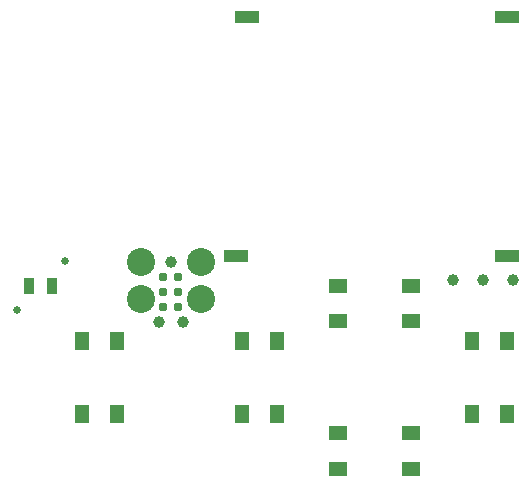
<source format=gbr>
%TF.GenerationSoftware,KiCad,Pcbnew,6.0.0*%
%TF.CreationDate,2022-06-11T19:07:52+02:00*%
%TF.ProjectId,cowdin-3c-esp-ui,636f7764-696e-42d3-9363-2d6573702d75,1*%
%TF.SameCoordinates,Original*%
%TF.FileFunction,Soldermask,Top*%
%TF.FilePolarity,Negative*%
%FSLAX46Y46*%
G04 Gerber Fmt 4.6, Leading zero omitted, Abs format (unit mm)*
G04 Created by KiCad (PCBNEW 6.0.0) date 2022-06-11 19:07:52*
%MOMM*%
%LPD*%
G01*
G04 APERTURE LIST*
%ADD10R,1.600000X1.300000*%
%ADD11R,2.000000X1.000000*%
%ADD12R,1.300000X1.600000*%
%ADD13C,1.000000*%
%ADD14R,0.889000X1.397000*%
%ADD15C,0.650000*%
%ADD16C,2.374900*%
%ADD17C,0.990600*%
%ADD18C,0.787400*%
G04 APERTURE END LIST*
D10*
%TO.C,SW4*%
X155150000Y-108500000D03*
X161350000Y-108500000D03*
X155150000Y-111500000D03*
X161350000Y-111500000D03*
%TD*%
D11*
%TO.C,SHLD4*%
X146500000Y-106000000D03*
%TD*%
D12*
%TO.C,SW3*%
X169500000Y-113150000D03*
X169500000Y-119350000D03*
X166500000Y-113150000D03*
X166500000Y-119350000D03*
%TD*%
D13*
%TO.C,TP2*%
X170000000Y-108000000D03*
%TD*%
D11*
%TO.C,SHLD2*%
X169500000Y-85750000D03*
%TD*%
D12*
%TO.C,SW1*%
X133500000Y-119350000D03*
X133500000Y-113150000D03*
X136500000Y-119350000D03*
X136500000Y-113150000D03*
%TD*%
D13*
%TO.C,TP1*%
X167450000Y-108000000D03*
%TD*%
D11*
%TO.C,SHLD1*%
X147500000Y-85750000D03*
%TD*%
D13*
%TO.C,TP3*%
X164900000Y-108000000D03*
%TD*%
D14*
%TO.C,D2*%
X129047500Y-108500000D03*
X130952500Y-108500000D03*
%TD*%
D15*
%TO.C,REF\u002A\u002A*%
X127950000Y-110550000D03*
X132050000Y-106450000D03*
%TD*%
D11*
%TO.C,SHLD3*%
X169500000Y-106000000D03*
%TD*%
D12*
%TO.C,SW2*%
X147000000Y-113150000D03*
X147000000Y-119350000D03*
X150000000Y-119350000D03*
X150000000Y-113150000D03*
%TD*%
D10*
%TO.C,SW5*%
X161350000Y-121000000D03*
X155150000Y-121000000D03*
X161350000Y-124000000D03*
X155150000Y-124000000D03*
%TD*%
D16*
%TO.C,P2*%
X138460000Y-106460000D03*
D17*
X141000000Y-106460000D03*
D16*
X138460000Y-109635000D03*
D17*
X142016000Y-111540000D03*
X139984000Y-111540000D03*
D16*
X143540000Y-106460000D03*
X143540000Y-109635000D03*
D18*
X140365000Y-107730000D03*
X141635000Y-107730000D03*
X140365000Y-109000000D03*
X141635000Y-109000000D03*
X140365000Y-110270000D03*
X141635000Y-110270000D03*
%TD*%
M02*

</source>
